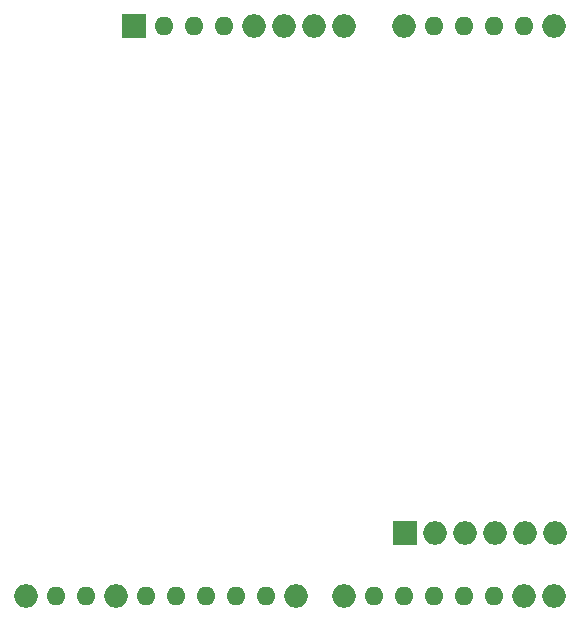
<source format=gbr>
%TF.GenerationSoftware,KiCad,Pcbnew,(5.1.10)-1*%
%TF.CreationDate,2022-01-22T14:52:44+00:00*%
%TF.ProjectId,mike_pcb_arduino_sheild,6d696b65-5f70-4636-925f-61726475696e,rev?*%
%TF.SameCoordinates,Original*%
%TF.FileFunction,Soldermask,Top*%
%TF.FilePolarity,Negative*%
%FSLAX46Y46*%
G04 Gerber Fmt 4.6, Leading zero omitted, Abs format (unit mm)*
G04 Created by KiCad (PCBNEW (5.1.10)-1) date 2022-01-22 14:52:44*
%MOMM*%
%LPD*%
G01*
G04 APERTURE LIST*
%ADD10O,2.000000X2.000000*%
%ADD11R,2.000000X2.000000*%
%ADD12O,1.600000X1.600000*%
G04 APERTURE END LIST*
D10*
%TO.C,J101*%
X185674000Y-131953000D03*
X183134000Y-131953000D03*
X180594000Y-131953000D03*
X178054000Y-131953000D03*
X175514000Y-131953000D03*
D11*
X172974000Y-131953000D03*
%TD*%
D10*
%TO.C,A101*%
X183007000Y-137287000D03*
X185547000Y-137287000D03*
D12*
X145927000Y-137287000D03*
D10*
X185547000Y-89027000D03*
X148467000Y-137287000D03*
D12*
X183007000Y-89027000D03*
X151007000Y-137287000D03*
X180467000Y-89027000D03*
X153547000Y-137287000D03*
X177927000Y-89027000D03*
X156087000Y-137287000D03*
X175387000Y-89027000D03*
X158627000Y-137287000D03*
D10*
X172847000Y-89027000D03*
D12*
X161167000Y-137287000D03*
D10*
X167767000Y-89027000D03*
X163707000Y-137287000D03*
X165227000Y-89027000D03*
X167767000Y-137287000D03*
X162687000Y-89027000D03*
D12*
X170307000Y-137287000D03*
D10*
X160147000Y-89027000D03*
D12*
X172847000Y-137287000D03*
X157607000Y-89027000D03*
X175387000Y-137287000D03*
X155067000Y-89027000D03*
X177927000Y-137287000D03*
X152527000Y-89027000D03*
X180467000Y-137287000D03*
D11*
X149987000Y-89027000D03*
D12*
X143387000Y-137287000D03*
D10*
X140847000Y-137287000D03*
%TD*%
M02*

</source>
